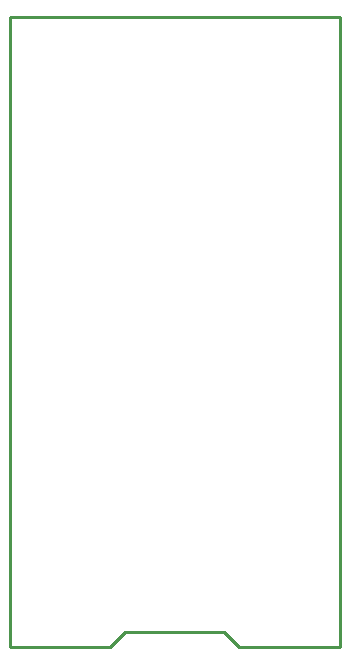
<source format=gbr>
G04 #@! TF.GenerationSoftware,KiCad,Pcbnew,5.1.0-rc2-unknown-036be7d~80~ubuntu16.04.1*
G04 #@! TF.CreationDate,2020-07-14T15:33:40+03:00*
G04 #@! TF.ProjectId,ESP32-S2-DevKit-Lipo_Rev_B,45535033-322d-4533-922d-4465764b6974,B*
G04 #@! TF.SameCoordinates,Original*
G04 #@! TF.FileFunction,Profile,NP*
%FSLAX46Y46*%
G04 Gerber Fmt 4.6, Leading zero omitted, Abs format (unit mm)*
G04 Created by KiCad (PCBNEW 5.1.0-rc2-unknown-036be7d~80~ubuntu16.04.1) date 2020-07-14 15:33:40*
%MOMM*%
%LPD*%
G04 APERTURE LIST*
%ADD10C,0.254000*%
G04 APERTURE END LIST*
D10*
X148971000Y-119380000D02*
X157480000Y-119380000D01*
X147701000Y-118110000D02*
X148971000Y-119380000D01*
X139319000Y-118110000D02*
X147701000Y-118110000D01*
X138049000Y-119380000D02*
X139319000Y-118110000D01*
X129540000Y-66040000D02*
X129540000Y-119380000D01*
X157480000Y-66040000D02*
X129540000Y-66040000D01*
X157480000Y-119380000D02*
X157480000Y-66040000D01*
X129540000Y-119380000D02*
X138049000Y-119380000D01*
M02*

</source>
